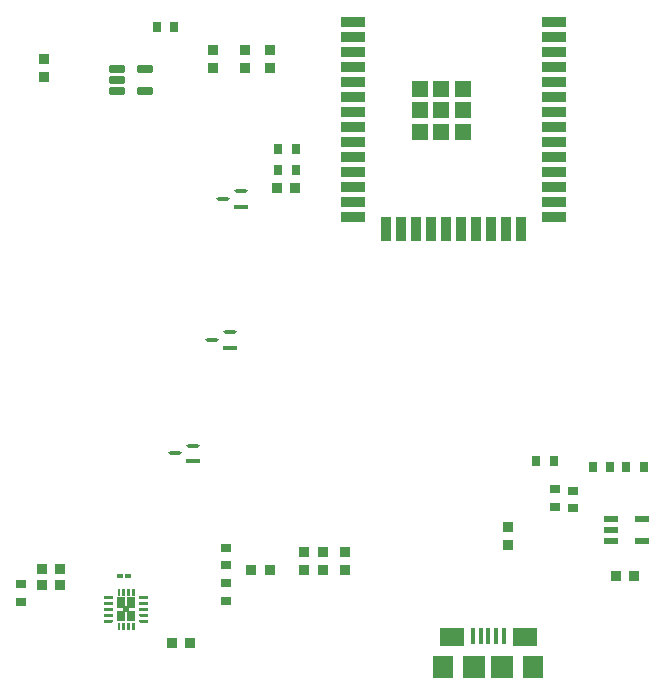
<source format=gtp>
G04*
G04 #@! TF.GenerationSoftware,Altium Limited,Altium Designer,20.1.14 (287)*
G04*
G04 Layer_Color=8421504*
%FSLAX44Y44*%
%MOMM*%
G71*
G04*
G04 #@! TF.SameCoordinates,6EDE4AF6-213E-4635-A875-022B84C130C8*
G04*
G04*
G04 #@! TF.FilePolarity,Positive*
G04*
G01*
G75*
%ADD16R,0.4000X1.3500*%
%ADD17R,2.1000X1.6000*%
%ADD18R,1.9000X1.9000*%
%ADD19R,1.8000X1.9000*%
%ADD20R,1.3300X1.3300*%
%ADD21R,2.0000X0.9000*%
%ADD22R,0.9000X2.0000*%
%ADD23R,0.5000X0.2000*%
%ADD24R,0.5000X0.5000*%
%ADD25R,0.8500X0.8500*%
G04:AMPARAMS|DCode=26|XSize=1.35mm|YSize=0.6mm|CornerRadius=0.075mm|HoleSize=0mm|Usage=FLASHONLY|Rotation=0.000|XOffset=0mm|YOffset=0mm|HoleType=Round|Shape=RoundedRectangle|*
%AMROUNDEDRECTD26*
21,1,1.3500,0.4500,0,0,0.0*
21,1,1.2000,0.6000,0,0,0.0*
1,1,0.1500,0.6000,-0.2250*
1,1,0.1500,-0.6000,-0.2250*
1,1,0.1500,-0.6000,0.2250*
1,1,0.1500,0.6000,0.2250*
%
%ADD26ROUNDEDRECTD26*%
%ADD27R,1.2700X0.5588*%
%ADD28R,0.8500X0.8500*%
%ADD29R,0.7000X0.9000*%
%ADD30R,1.1640X0.3358*%
G04:AMPARAMS|DCode=31|XSize=1.164mm|YSize=0.3358mm|CornerRadius=0.1679mm|HoleSize=0mm|Usage=FLASHONLY|Rotation=180.000|XOffset=0mm|YOffset=0mm|HoleType=Round|Shape=RoundedRectangle|*
%AMROUNDEDRECTD31*
21,1,1.1640,0.0000,0,0,180.0*
21,1,0.8281,0.3358,0,0,180.0*
1,1,0.3358,-0.4141,0.0000*
1,1,0.3358,0.4141,0.0000*
1,1,0.3358,0.4141,0.0000*
1,1,0.3358,-0.4141,0.0000*
%
%ADD31ROUNDEDRECTD31*%
%ADD32R,0.5000X0.3000*%
%ADD33R,0.9000X0.7000*%
G36*
X152740Y81370D02*
X150440D01*
Y87370D01*
X152740D01*
Y81370D01*
D02*
G37*
G36*
X148740D02*
X146440D01*
Y87370D01*
X148740D01*
Y81370D01*
D02*
G37*
G36*
X141632Y80924D02*
X141699Y80919D01*
X141765Y80910D01*
X141831Y80898D01*
X141897Y80882D01*
X141961Y80863D01*
X142024Y80841D01*
X142086Y80815D01*
X142147Y80787D01*
X142206Y80754D01*
X142263Y80719D01*
X142318Y80681D01*
X142371Y80641D01*
X142422Y80597D01*
X142471Y80551D01*
X142517Y80502D01*
X142561Y80451D01*
X142601Y80398D01*
X142639Y80343D01*
X142675Y80286D01*
X142706Y80227D01*
X142735Y80166D01*
X142761Y80104D01*
X142783Y80041D01*
X142802Y79977D01*
X142818Y79911D01*
X142830Y79845D01*
X142840Y79770D01*
X142830Y79695D01*
X142818Y79629D01*
X142802Y79563D01*
X142783Y79499D01*
X142761Y79436D01*
X142735Y79374D01*
X142706Y79313D01*
X142675Y79254D01*
X142639Y79197D01*
X142601Y79142D01*
X142561Y79089D01*
X142517Y79038D01*
X142471Y78989D01*
X142422Y78943D01*
X142371Y78899D01*
X142318Y78858D01*
X142263Y78821D01*
X142206Y78786D01*
X142147Y78753D01*
X142086Y78725D01*
X142024Y78699D01*
X141961Y78677D01*
X141897Y78657D01*
X141831Y78642D01*
X141765Y78630D01*
X141699Y78621D01*
X141632Y78616D01*
X141565Y78614D01*
X141498Y78616D01*
X141440Y78620D01*
X134840D01*
Y80920D01*
X141440D01*
X141498Y80924D01*
X141565Y80926D01*
X141632Y80924D01*
D02*
G37*
G36*
Y75924D02*
X141699Y75919D01*
X141765Y75910D01*
X141831Y75898D01*
X141897Y75882D01*
X141961Y75863D01*
X142024Y75841D01*
X142086Y75815D01*
X142147Y75786D01*
X142206Y75754D01*
X142263Y75719D01*
X142318Y75681D01*
X142371Y75641D01*
X142422Y75597D01*
X142471Y75551D01*
X142517Y75502D01*
X142561Y75451D01*
X142601Y75398D01*
X142639Y75343D01*
X142675Y75286D01*
X142706Y75227D01*
X142735Y75166D01*
X142761Y75104D01*
X142783Y75041D01*
X142802Y74977D01*
X142818Y74911D01*
X142830Y74845D01*
X142840Y74770D01*
X142830Y74695D01*
X142818Y74629D01*
X142802Y74563D01*
X142783Y74499D01*
X142761Y74436D01*
X142735Y74374D01*
X142706Y74313D01*
X142675Y74254D01*
X142639Y74197D01*
X142601Y74142D01*
X142561Y74089D01*
X142517Y74038D01*
X142471Y73989D01*
X142422Y73943D01*
X142371Y73899D01*
X142318Y73859D01*
X142263Y73821D01*
X142206Y73786D01*
X142147Y73753D01*
X142086Y73725D01*
X142024Y73699D01*
X141961Y73677D01*
X141897Y73657D01*
X141831Y73642D01*
X141765Y73630D01*
X141699Y73621D01*
X141632Y73616D01*
X141565Y73614D01*
X141498Y73616D01*
X141440Y73620D01*
X134840D01*
Y75920D01*
X141440D01*
X141498Y75924D01*
X141565Y75926D01*
X141632Y75924D01*
D02*
G37*
G36*
X152490Y70870D02*
X145990D01*
Y79870D01*
X152490D01*
Y70870D01*
D02*
G37*
G36*
X141632Y70924D02*
X141699Y70919D01*
X141765Y70910D01*
X141831Y70898D01*
X141897Y70883D01*
X141961Y70863D01*
X142024Y70841D01*
X142086Y70815D01*
X142147Y70786D01*
X142206Y70754D01*
X142263Y70719D01*
X142318Y70681D01*
X142371Y70641D01*
X142422Y70597D01*
X142471Y70551D01*
X142517Y70502D01*
X142561Y70451D01*
X142601Y70398D01*
X142639Y70343D01*
X142675Y70286D01*
X142706Y70227D01*
X142735Y70166D01*
X142761Y70104D01*
X142783Y70041D01*
X142802Y69977D01*
X142818Y69911D01*
X142830Y69845D01*
X142840Y69770D01*
X142830Y69695D01*
X142818Y69629D01*
X142802Y69563D01*
X142783Y69499D01*
X142761Y69436D01*
X142735Y69374D01*
X142706Y69313D01*
X142675Y69254D01*
X142639Y69197D01*
X142601Y69142D01*
X142561Y69089D01*
X142517Y69038D01*
X142471Y68989D01*
X142422Y68943D01*
X142371Y68899D01*
X142318Y68858D01*
X142263Y68821D01*
X142206Y68786D01*
X142147Y68753D01*
X142086Y68725D01*
X142024Y68699D01*
X141961Y68677D01*
X141897Y68657D01*
X141831Y68642D01*
X141765Y68630D01*
X141699Y68621D01*
X141632Y68616D01*
X141565Y68614D01*
X141498Y68616D01*
X141440Y68620D01*
X134840D01*
Y70920D01*
X141440D01*
X141498Y70924D01*
X141565Y70926D01*
X141632Y70924D01*
D02*
G37*
G36*
Y65924D02*
X141699Y65919D01*
X141765Y65910D01*
X141831Y65898D01*
X141897Y65882D01*
X141961Y65863D01*
X142024Y65841D01*
X142086Y65815D01*
X142147Y65786D01*
X142206Y65754D01*
X142263Y65719D01*
X142318Y65681D01*
X142371Y65641D01*
X142422Y65597D01*
X142471Y65551D01*
X142517Y65502D01*
X142561Y65451D01*
X142601Y65398D01*
X142639Y65343D01*
X142675Y65286D01*
X142706Y65227D01*
X142735Y65166D01*
X142761Y65104D01*
X142783Y65041D01*
X142802Y64977D01*
X142818Y64911D01*
X142830Y64845D01*
X142840Y64770D01*
X142830Y64695D01*
X142818Y64629D01*
X142802Y64563D01*
X142783Y64499D01*
X142761Y64436D01*
X142735Y64374D01*
X142706Y64313D01*
X142675Y64254D01*
X142639Y64197D01*
X142601Y64142D01*
X142561Y64089D01*
X142517Y64038D01*
X142471Y63989D01*
X142422Y63943D01*
X142371Y63899D01*
X142318Y63858D01*
X142263Y63821D01*
X142206Y63786D01*
X142147Y63753D01*
X142086Y63725D01*
X142024Y63699D01*
X141961Y63677D01*
X141897Y63657D01*
X141831Y63642D01*
X141765Y63630D01*
X141699Y63621D01*
X141632Y63616D01*
X141565Y63614D01*
X141498Y63616D01*
X141440Y63620D01*
X134840D01*
Y65920D01*
X141440D01*
X141498Y65924D01*
X141565Y65926D01*
X141632Y65924D01*
D02*
G37*
G36*
X152490Y59670D02*
X145990D01*
Y68670D01*
X152490D01*
Y59670D01*
D02*
G37*
G36*
X141632Y60924D02*
X141699Y60919D01*
X141765Y60910D01*
X141831Y60898D01*
X141897Y60883D01*
X141961Y60863D01*
X142024Y60841D01*
X142086Y60815D01*
X142147Y60786D01*
X142206Y60754D01*
X142263Y60719D01*
X142318Y60681D01*
X142371Y60641D01*
X142422Y60597D01*
X142471Y60551D01*
X142517Y60502D01*
X142561Y60451D01*
X142601Y60398D01*
X142639Y60343D01*
X142675Y60286D01*
X142706Y60227D01*
X142735Y60166D01*
X142761Y60104D01*
X142783Y60041D01*
X142802Y59977D01*
X142818Y59911D01*
X142830Y59845D01*
X142840Y59770D01*
X142830Y59695D01*
X142818Y59629D01*
X142802Y59563D01*
X142783Y59499D01*
X142761Y59436D01*
X142735Y59374D01*
X142706Y59313D01*
X142675Y59254D01*
X142639Y59197D01*
X142601Y59142D01*
X142561Y59089D01*
X142517Y59038D01*
X142471Y58989D01*
X142422Y58943D01*
X142371Y58899D01*
X142318Y58859D01*
X142263Y58821D01*
X142206Y58786D01*
X142147Y58753D01*
X142086Y58725D01*
X142024Y58699D01*
X141961Y58677D01*
X141897Y58657D01*
X141831Y58642D01*
X141765Y58630D01*
X141699Y58621D01*
X141632Y58616D01*
X141565Y58614D01*
X141498Y58616D01*
X141440Y58620D01*
X134840D01*
Y60920D01*
X141440D01*
X141498Y60924D01*
X141565Y60926D01*
X141632Y60924D01*
D02*
G37*
G36*
X152740Y52170D02*
X150440D01*
Y58170D01*
X152740D01*
Y52170D01*
D02*
G37*
G36*
X148740D02*
X146440D01*
Y58170D01*
X148740D01*
Y52170D01*
D02*
G37*
G36*
X160740Y81370D02*
X158440D01*
Y87370D01*
X160740D01*
Y81370D01*
D02*
G37*
G36*
X156740D02*
X154440D01*
Y87370D01*
X156740D01*
Y81370D01*
D02*
G37*
G36*
X165682Y80924D02*
X165740Y80920D01*
X172340D01*
Y78620D01*
X165740D01*
X165682Y78616D01*
X165615Y78614D01*
X165548Y78616D01*
X165481Y78621D01*
X165415Y78630D01*
X165349Y78642D01*
X165283Y78657D01*
X165219Y78677D01*
X165156Y78699D01*
X165094Y78725D01*
X165033Y78753D01*
X164974Y78786D01*
X164917Y78821D01*
X164862Y78858D01*
X164809Y78899D01*
X164758Y78943D01*
X164709Y78989D01*
X164663Y79038D01*
X164619Y79089D01*
X164578Y79142D01*
X164541Y79197D01*
X164506Y79254D01*
X164473Y79313D01*
X164445Y79374D01*
X164419Y79436D01*
X164397Y79499D01*
X164377Y79563D01*
X164362Y79629D01*
X164350Y79695D01*
X164340Y79770D01*
X164350Y79845D01*
X164362Y79911D01*
X164377Y79977D01*
X164397Y80041D01*
X164419Y80104D01*
X164445Y80166D01*
X164473Y80227D01*
X164506Y80286D01*
X164541Y80343D01*
X164578Y80398D01*
X164619Y80451D01*
X164663Y80502D01*
X164709Y80551D01*
X164758Y80597D01*
X164809Y80641D01*
X164862Y80681D01*
X164917Y80719D01*
X164974Y80754D01*
X165033Y80787D01*
X165094Y80815D01*
X165156Y80841D01*
X165219Y80863D01*
X165283Y80882D01*
X165349Y80898D01*
X165415Y80910D01*
X165481Y80919D01*
X165548Y80924D01*
X165615Y80926D01*
X165682Y80924D01*
D02*
G37*
G36*
Y75924D02*
X165740Y75920D01*
X172340D01*
Y73620D01*
X165740D01*
X165682Y73616D01*
X165615Y73614D01*
X165548Y73616D01*
X165481Y73621D01*
X165415Y73630D01*
X165349Y73642D01*
X165283Y73657D01*
X165219Y73677D01*
X165156Y73699D01*
X165094Y73725D01*
X165033Y73753D01*
X164974Y73786D01*
X164917Y73821D01*
X164862Y73859D01*
X164809Y73899D01*
X164758Y73943D01*
X164709Y73989D01*
X164663Y74038D01*
X164619Y74089D01*
X164578Y74142D01*
X164541Y74197D01*
X164506Y74254D01*
X164473Y74313D01*
X164445Y74374D01*
X164419Y74436D01*
X164397Y74499D01*
X164377Y74563D01*
X164362Y74629D01*
X164350Y74695D01*
X164340Y74770D01*
X164350Y74845D01*
X164362Y74911D01*
X164377Y74977D01*
X164397Y75041D01*
X164419Y75104D01*
X164445Y75166D01*
X164473Y75227D01*
X164506Y75286D01*
X164541Y75343D01*
X164578Y75398D01*
X164619Y75451D01*
X164663Y75502D01*
X164709Y75551D01*
X164758Y75597D01*
X164809Y75641D01*
X164862Y75681D01*
X164917Y75719D01*
X164974Y75754D01*
X165033Y75786D01*
X165094Y75815D01*
X165156Y75841D01*
X165219Y75863D01*
X165283Y75882D01*
X165349Y75898D01*
X165415Y75910D01*
X165481Y75919D01*
X165548Y75924D01*
X165615Y75926D01*
X165682Y75924D01*
D02*
G37*
G36*
X161190Y70870D02*
X154690D01*
Y79870D01*
X161190D01*
Y70870D01*
D02*
G37*
G36*
X165682Y70924D02*
X165740Y70920D01*
X172340D01*
Y68620D01*
X165740D01*
X165682Y68616D01*
X165615Y68614D01*
X165548Y68616D01*
X165481Y68621D01*
X165415Y68630D01*
X165349Y68642D01*
X165283Y68657D01*
X165219Y68677D01*
X165156Y68699D01*
X165094Y68725D01*
X165033Y68753D01*
X164974Y68786D01*
X164917Y68821D01*
X164862Y68858D01*
X164809Y68899D01*
X164758Y68943D01*
X164709Y68989D01*
X164663Y69038D01*
X164619Y69089D01*
X164578Y69142D01*
X164541Y69197D01*
X164506Y69254D01*
X164473Y69313D01*
X164445Y69374D01*
X164419Y69436D01*
X164397Y69499D01*
X164377Y69563D01*
X164362Y69629D01*
X164350Y69695D01*
X164340Y69770D01*
X164350Y69845D01*
X164362Y69911D01*
X164377Y69977D01*
X164397Y70041D01*
X164419Y70104D01*
X164445Y70166D01*
X164473Y70227D01*
X164506Y70286D01*
X164541Y70343D01*
X164578Y70398D01*
X164619Y70451D01*
X164663Y70502D01*
X164709Y70551D01*
X164758Y70597D01*
X164809Y70641D01*
X164862Y70681D01*
X164917Y70719D01*
X164974Y70754D01*
X165033Y70786D01*
X165094Y70815D01*
X165156Y70841D01*
X165219Y70863D01*
X165283Y70883D01*
X165349Y70898D01*
X165415Y70910D01*
X165481Y70919D01*
X165548Y70924D01*
X165615Y70926D01*
X165682Y70924D01*
D02*
G37*
G36*
Y65924D02*
X165740Y65920D01*
X172340D01*
Y63620D01*
X165740D01*
X165682Y63616D01*
X165615Y63614D01*
X165548Y63616D01*
X165481Y63621D01*
X165415Y63630D01*
X165349Y63642D01*
X165283Y63657D01*
X165219Y63677D01*
X165156Y63699D01*
X165094Y63725D01*
X165033Y63753D01*
X164974Y63786D01*
X164917Y63821D01*
X164862Y63858D01*
X164809Y63899D01*
X164758Y63943D01*
X164709Y63989D01*
X164663Y64038D01*
X164619Y64089D01*
X164578Y64142D01*
X164541Y64197D01*
X164506Y64254D01*
X164473Y64313D01*
X164445Y64374D01*
X164419Y64436D01*
X164397Y64499D01*
X164377Y64563D01*
X164362Y64629D01*
X164350Y64695D01*
X164340Y64770D01*
X164350Y64845D01*
X164362Y64911D01*
X164377Y64977D01*
X164397Y65041D01*
X164419Y65104D01*
X164445Y65166D01*
X164473Y65227D01*
X164506Y65286D01*
X164541Y65343D01*
X164578Y65398D01*
X164619Y65451D01*
X164663Y65502D01*
X164709Y65551D01*
X164758Y65597D01*
X164809Y65641D01*
X164862Y65681D01*
X164917Y65719D01*
X164974Y65754D01*
X165033Y65786D01*
X165094Y65815D01*
X165156Y65841D01*
X165219Y65863D01*
X165283Y65882D01*
X165349Y65898D01*
X165415Y65910D01*
X165481Y65919D01*
X165548Y65924D01*
X165615Y65926D01*
X165682Y65924D01*
D02*
G37*
G36*
X161190Y59670D02*
X154690D01*
Y68670D01*
X161190D01*
Y59670D01*
D02*
G37*
G36*
X165682Y60924D02*
X165740Y60920D01*
X172340D01*
Y58620D01*
X165740D01*
X165682Y58616D01*
X165615Y58614D01*
X165548Y58616D01*
X165481Y58621D01*
X165415Y58630D01*
X165349Y58642D01*
X165283Y58657D01*
X165219Y58677D01*
X165156Y58699D01*
X165094Y58725D01*
X165033Y58753D01*
X164974Y58786D01*
X164917Y58821D01*
X164862Y58859D01*
X164809Y58899D01*
X164758Y58943D01*
X164709Y58989D01*
X164663Y59038D01*
X164619Y59089D01*
X164578Y59142D01*
X164541Y59197D01*
X164506Y59254D01*
X164473Y59313D01*
X164445Y59374D01*
X164419Y59436D01*
X164397Y59499D01*
X164377Y59563D01*
X164362Y59629D01*
X164350Y59695D01*
X164340Y59770D01*
X164350Y59845D01*
X164362Y59911D01*
X164377Y59977D01*
X164397Y60041D01*
X164419Y60104D01*
X164445Y60166D01*
X164473Y60227D01*
X164506Y60286D01*
X164541Y60343D01*
X164578Y60398D01*
X164619Y60451D01*
X164663Y60502D01*
X164709Y60551D01*
X164758Y60597D01*
X164809Y60641D01*
X164862Y60681D01*
X164917Y60719D01*
X164974Y60754D01*
X165033Y60786D01*
X165094Y60815D01*
X165156Y60841D01*
X165219Y60863D01*
X165283Y60883D01*
X165349Y60898D01*
X165415Y60910D01*
X165481Y60919D01*
X165548Y60924D01*
X165615Y60926D01*
X165682Y60924D01*
D02*
G37*
G36*
X160740Y52170D02*
X158440D01*
Y58170D01*
X160740D01*
Y52170D01*
D02*
G37*
G36*
X156740D02*
X154440D01*
Y58170D01*
X156740D01*
Y52170D01*
D02*
G37*
D16*
X460186Y47578D02*
D03*
X453686D02*
D03*
X466686D02*
D03*
X447186D02*
D03*
X473186D02*
D03*
D17*
X429186Y46328D02*
D03*
X491186D02*
D03*
D18*
X448186Y20828D02*
D03*
X472186D02*
D03*
D19*
X422186D02*
D03*
X498186D02*
D03*
D20*
X438912Y473840D02*
D03*
X420562D02*
D03*
X402212D02*
D03*
X438912Y492190D02*
D03*
X420562D02*
D03*
X402212D02*
D03*
X438912Y510540D02*
D03*
X420562D02*
D03*
X402212D02*
D03*
D21*
X515562Y567190D02*
D03*
Y554490D02*
D03*
Y541790D02*
D03*
Y529090D02*
D03*
Y516390D02*
D03*
Y503690D02*
D03*
Y490990D02*
D03*
Y478290D02*
D03*
Y465590D02*
D03*
Y452890D02*
D03*
Y440190D02*
D03*
Y427490D02*
D03*
Y414790D02*
D03*
Y402090D02*
D03*
X345562D02*
D03*
Y414790D02*
D03*
Y427490D02*
D03*
Y440190D02*
D03*
Y452890D02*
D03*
Y465590D02*
D03*
Y478290D02*
D03*
Y490990D02*
D03*
Y503690D02*
D03*
Y516390D02*
D03*
Y529090D02*
D03*
Y541790D02*
D03*
Y554490D02*
D03*
Y567190D02*
D03*
D22*
X487712Y392090D02*
D03*
X475012D02*
D03*
X462312D02*
D03*
X449612D02*
D03*
X436912D02*
D03*
X424212D02*
D03*
X411512D02*
D03*
X398812D02*
D03*
X386112D02*
D03*
X373412D02*
D03*
D23*
X138840Y79770D02*
D03*
Y74770D02*
D03*
Y69770D02*
D03*
Y64770D02*
D03*
Y59770D02*
D03*
X168340D02*
D03*
Y64770D02*
D03*
Y69770D02*
D03*
Y74770D02*
D03*
Y79770D02*
D03*
D24*
X153590Y69770D02*
D03*
D25*
X97920Y104140D02*
D03*
X82420D02*
D03*
X97920Y90170D02*
D03*
X82420D02*
D03*
X207812Y41198D02*
D03*
X192312D02*
D03*
X275122Y103428D02*
D03*
X259622D02*
D03*
X583822Y97790D02*
D03*
X568322D02*
D03*
X296548Y426212D02*
D03*
X281048D02*
D03*
D26*
X145630Y527660D02*
D03*
Y518160D02*
D03*
Y508660D02*
D03*
X169330D02*
D03*
Y527660D02*
D03*
D27*
X564388Y146558D02*
D03*
Y137160D02*
D03*
Y127762D02*
D03*
X590296D02*
D03*
Y146558D02*
D03*
D28*
X339000Y118290D02*
D03*
Y102790D02*
D03*
X304202Y103298D02*
D03*
Y118798D02*
D03*
X84074Y536070D02*
D03*
Y520570D02*
D03*
X227584Y528190D02*
D03*
Y543690D02*
D03*
X477012Y124330D02*
D03*
Y139830D02*
D03*
X275844Y528320D02*
D03*
Y543820D02*
D03*
X254254Y528320D02*
D03*
Y543820D02*
D03*
X320712Y118668D02*
D03*
Y103168D02*
D03*
D29*
X297448Y441706D02*
D03*
X282448D02*
D03*
X515500Y195580D02*
D03*
X500500D02*
D03*
X563506Y190246D02*
D03*
X548506D02*
D03*
X591954Y190754D02*
D03*
X576954D02*
D03*
X194444Y562864D02*
D03*
X179444D02*
D03*
X282194Y459486D02*
D03*
X297194D02*
D03*
D30*
X250779Y410822D02*
D03*
X210647Y195430D02*
D03*
X241889Y291442D02*
D03*
D31*
X250779Y423822D02*
D03*
X235377Y417322D02*
D03*
X195245Y201930D02*
D03*
X210647Y208430D02*
D03*
X226487Y297942D02*
D03*
X241889Y304442D02*
D03*
D32*
X155500Y98094D02*
D03*
X148500D02*
D03*
D33*
X238162Y122118D02*
D03*
Y107118D02*
D03*
X238162Y91758D02*
D03*
Y76758D02*
D03*
X64770Y91320D02*
D03*
Y76320D02*
D03*
X516382Y156330D02*
D03*
Y171330D02*
D03*
X531876Y170314D02*
D03*
Y155314D02*
D03*
M02*

</source>
